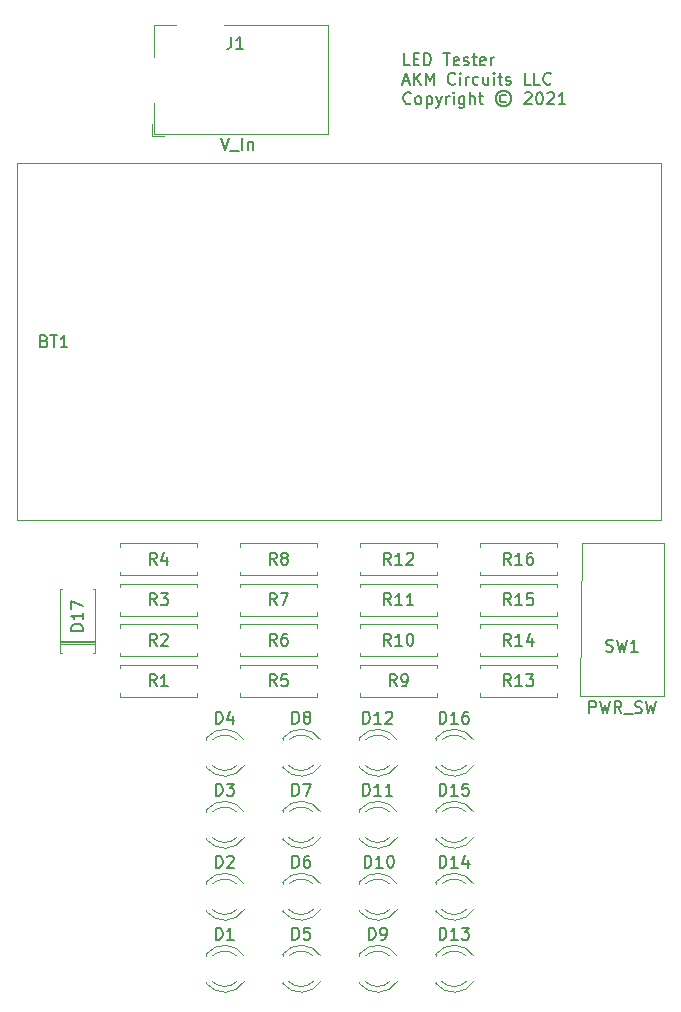
<source format=gbr>
%TF.GenerationSoftware,KiCad,Pcbnew,(5.1.9-0-10_14)*%
%TF.CreationDate,2021-08-10T16:32:06-04:00*%
%TF.ProjectId,led-tester,6c65642d-7465-4737-9465-722e6b696361,v1*%
%TF.SameCoordinates,Original*%
%TF.FileFunction,Legend,Top*%
%TF.FilePolarity,Positive*%
%FSLAX46Y46*%
G04 Gerber Fmt 4.6, Leading zero omitted, Abs format (unit mm)*
G04 Created by KiCad (PCBNEW (5.1.9-0-10_14)) date 2021-08-10 16:32:06*
%MOMM*%
%LPD*%
G01*
G04 APERTURE LIST*
%ADD10C,0.150000*%
%ADD11C,0.120000*%
G04 APERTURE END LIST*
D10*
X146226785Y-65858380D02*
X145750595Y-65858380D01*
X145750595Y-64858380D01*
X146560119Y-65334571D02*
X146893452Y-65334571D01*
X147036309Y-65858380D02*
X146560119Y-65858380D01*
X146560119Y-64858380D01*
X147036309Y-64858380D01*
X147464880Y-65858380D02*
X147464880Y-64858380D01*
X147702976Y-64858380D01*
X147845833Y-64906000D01*
X147941071Y-65001238D01*
X147988690Y-65096476D01*
X148036309Y-65286952D01*
X148036309Y-65429809D01*
X147988690Y-65620285D01*
X147941071Y-65715523D01*
X147845833Y-65810761D01*
X147702976Y-65858380D01*
X147464880Y-65858380D01*
X149083928Y-64858380D02*
X149655357Y-64858380D01*
X149369642Y-65858380D02*
X149369642Y-64858380D01*
X150369642Y-65810761D02*
X150274404Y-65858380D01*
X150083928Y-65858380D01*
X149988690Y-65810761D01*
X149941071Y-65715523D01*
X149941071Y-65334571D01*
X149988690Y-65239333D01*
X150083928Y-65191714D01*
X150274404Y-65191714D01*
X150369642Y-65239333D01*
X150417261Y-65334571D01*
X150417261Y-65429809D01*
X149941071Y-65525047D01*
X150798214Y-65810761D02*
X150893452Y-65858380D01*
X151083928Y-65858380D01*
X151179166Y-65810761D01*
X151226785Y-65715523D01*
X151226785Y-65667904D01*
X151179166Y-65572666D01*
X151083928Y-65525047D01*
X150941071Y-65525047D01*
X150845833Y-65477428D01*
X150798214Y-65382190D01*
X150798214Y-65334571D01*
X150845833Y-65239333D01*
X150941071Y-65191714D01*
X151083928Y-65191714D01*
X151179166Y-65239333D01*
X151512500Y-65191714D02*
X151893452Y-65191714D01*
X151655357Y-64858380D02*
X151655357Y-65715523D01*
X151702976Y-65810761D01*
X151798214Y-65858380D01*
X151893452Y-65858380D01*
X152607738Y-65810761D02*
X152512500Y-65858380D01*
X152322023Y-65858380D01*
X152226785Y-65810761D01*
X152179166Y-65715523D01*
X152179166Y-65334571D01*
X152226785Y-65239333D01*
X152322023Y-65191714D01*
X152512500Y-65191714D01*
X152607738Y-65239333D01*
X152655357Y-65334571D01*
X152655357Y-65429809D01*
X152179166Y-65525047D01*
X153083928Y-65858380D02*
X153083928Y-65191714D01*
X153083928Y-65382190D02*
X153131547Y-65286952D01*
X153179166Y-65239333D01*
X153274404Y-65191714D01*
X153369642Y-65191714D01*
X145702976Y-67222666D02*
X146179166Y-67222666D01*
X145607738Y-67508380D02*
X145941071Y-66508380D01*
X146274404Y-67508380D01*
X146607738Y-67508380D02*
X146607738Y-66508380D01*
X147179166Y-67508380D02*
X146750595Y-66936952D01*
X147179166Y-66508380D02*
X146607738Y-67079809D01*
X147607738Y-67508380D02*
X147607738Y-66508380D01*
X147941071Y-67222666D01*
X148274404Y-66508380D01*
X148274404Y-67508380D01*
X150083928Y-67413142D02*
X150036309Y-67460761D01*
X149893452Y-67508380D01*
X149798214Y-67508380D01*
X149655357Y-67460761D01*
X149560119Y-67365523D01*
X149512500Y-67270285D01*
X149464880Y-67079809D01*
X149464880Y-66936952D01*
X149512500Y-66746476D01*
X149560119Y-66651238D01*
X149655357Y-66556000D01*
X149798214Y-66508380D01*
X149893452Y-66508380D01*
X150036309Y-66556000D01*
X150083928Y-66603619D01*
X150512500Y-67508380D02*
X150512500Y-66841714D01*
X150512500Y-66508380D02*
X150464880Y-66556000D01*
X150512500Y-66603619D01*
X150560119Y-66556000D01*
X150512500Y-66508380D01*
X150512500Y-66603619D01*
X150988690Y-67508380D02*
X150988690Y-66841714D01*
X150988690Y-67032190D02*
X151036309Y-66936952D01*
X151083928Y-66889333D01*
X151179166Y-66841714D01*
X151274404Y-66841714D01*
X152036309Y-67460761D02*
X151941071Y-67508380D01*
X151750595Y-67508380D01*
X151655357Y-67460761D01*
X151607738Y-67413142D01*
X151560119Y-67317904D01*
X151560119Y-67032190D01*
X151607738Y-66936952D01*
X151655357Y-66889333D01*
X151750595Y-66841714D01*
X151941071Y-66841714D01*
X152036309Y-66889333D01*
X152893452Y-66841714D02*
X152893452Y-67508380D01*
X152464880Y-66841714D02*
X152464880Y-67365523D01*
X152512500Y-67460761D01*
X152607738Y-67508380D01*
X152750595Y-67508380D01*
X152845833Y-67460761D01*
X152893452Y-67413142D01*
X153369642Y-67508380D02*
X153369642Y-66841714D01*
X153369642Y-66508380D02*
X153322023Y-66556000D01*
X153369642Y-66603619D01*
X153417261Y-66556000D01*
X153369642Y-66508380D01*
X153369642Y-66603619D01*
X153702976Y-66841714D02*
X154083928Y-66841714D01*
X153845833Y-66508380D02*
X153845833Y-67365523D01*
X153893452Y-67460761D01*
X153988690Y-67508380D01*
X154083928Y-67508380D01*
X154369642Y-67460761D02*
X154464880Y-67508380D01*
X154655357Y-67508380D01*
X154750595Y-67460761D01*
X154798214Y-67365523D01*
X154798214Y-67317904D01*
X154750595Y-67222666D01*
X154655357Y-67175047D01*
X154512500Y-67175047D01*
X154417261Y-67127428D01*
X154369642Y-67032190D01*
X154369642Y-66984571D01*
X154417261Y-66889333D01*
X154512500Y-66841714D01*
X154655357Y-66841714D01*
X154750595Y-66889333D01*
X156464880Y-67508380D02*
X155988690Y-67508380D01*
X155988690Y-66508380D01*
X157274404Y-67508380D02*
X156798214Y-67508380D01*
X156798214Y-66508380D01*
X158179166Y-67413142D02*
X158131547Y-67460761D01*
X157988690Y-67508380D01*
X157893452Y-67508380D01*
X157750595Y-67460761D01*
X157655357Y-67365523D01*
X157607738Y-67270285D01*
X157560119Y-67079809D01*
X157560119Y-66936952D01*
X157607738Y-66746476D01*
X157655357Y-66651238D01*
X157750595Y-66556000D01*
X157893452Y-66508380D01*
X157988690Y-66508380D01*
X158131547Y-66556000D01*
X158179166Y-66603619D01*
X146322023Y-69063142D02*
X146274404Y-69110761D01*
X146131547Y-69158380D01*
X146036309Y-69158380D01*
X145893452Y-69110761D01*
X145798214Y-69015523D01*
X145750595Y-68920285D01*
X145702976Y-68729809D01*
X145702976Y-68586952D01*
X145750595Y-68396476D01*
X145798214Y-68301238D01*
X145893452Y-68206000D01*
X146036309Y-68158380D01*
X146131547Y-68158380D01*
X146274404Y-68206000D01*
X146322023Y-68253619D01*
X146893452Y-69158380D02*
X146798214Y-69110761D01*
X146750595Y-69063142D01*
X146702976Y-68967904D01*
X146702976Y-68682190D01*
X146750595Y-68586952D01*
X146798214Y-68539333D01*
X146893452Y-68491714D01*
X147036309Y-68491714D01*
X147131547Y-68539333D01*
X147179166Y-68586952D01*
X147226785Y-68682190D01*
X147226785Y-68967904D01*
X147179166Y-69063142D01*
X147131547Y-69110761D01*
X147036309Y-69158380D01*
X146893452Y-69158380D01*
X147655357Y-68491714D02*
X147655357Y-69491714D01*
X147655357Y-68539333D02*
X147750595Y-68491714D01*
X147941071Y-68491714D01*
X148036309Y-68539333D01*
X148083928Y-68586952D01*
X148131547Y-68682190D01*
X148131547Y-68967904D01*
X148083928Y-69063142D01*
X148036309Y-69110761D01*
X147941071Y-69158380D01*
X147750595Y-69158380D01*
X147655357Y-69110761D01*
X148464880Y-68491714D02*
X148702976Y-69158380D01*
X148941071Y-68491714D02*
X148702976Y-69158380D01*
X148607738Y-69396476D01*
X148560119Y-69444095D01*
X148464880Y-69491714D01*
X149322023Y-69158380D02*
X149322023Y-68491714D01*
X149322023Y-68682190D02*
X149369642Y-68586952D01*
X149417261Y-68539333D01*
X149512500Y-68491714D01*
X149607738Y-68491714D01*
X149941071Y-69158380D02*
X149941071Y-68491714D01*
X149941071Y-68158380D02*
X149893452Y-68206000D01*
X149941071Y-68253619D01*
X149988690Y-68206000D01*
X149941071Y-68158380D01*
X149941071Y-68253619D01*
X150845833Y-68491714D02*
X150845833Y-69301238D01*
X150798214Y-69396476D01*
X150750595Y-69444095D01*
X150655357Y-69491714D01*
X150512500Y-69491714D01*
X150417261Y-69444095D01*
X150845833Y-69110761D02*
X150750595Y-69158380D01*
X150560119Y-69158380D01*
X150464880Y-69110761D01*
X150417261Y-69063142D01*
X150369642Y-68967904D01*
X150369642Y-68682190D01*
X150417261Y-68586952D01*
X150464880Y-68539333D01*
X150560119Y-68491714D01*
X150750595Y-68491714D01*
X150845833Y-68539333D01*
X151322023Y-69158380D02*
X151322023Y-68158380D01*
X151750595Y-69158380D02*
X151750595Y-68634571D01*
X151702976Y-68539333D01*
X151607738Y-68491714D01*
X151464880Y-68491714D01*
X151369642Y-68539333D01*
X151322023Y-68586952D01*
X152083928Y-68491714D02*
X152464880Y-68491714D01*
X152226785Y-68158380D02*
X152226785Y-69015523D01*
X152274404Y-69110761D01*
X152369642Y-69158380D01*
X152464880Y-69158380D01*
X154369642Y-68396476D02*
X154274404Y-68348857D01*
X154083928Y-68348857D01*
X153988690Y-68396476D01*
X153893452Y-68491714D01*
X153845833Y-68586952D01*
X153845833Y-68777428D01*
X153893452Y-68872666D01*
X153988690Y-68967904D01*
X154083928Y-69015523D01*
X154274404Y-69015523D01*
X154369642Y-68967904D01*
X154179166Y-68015523D02*
X153941071Y-68063142D01*
X153702976Y-68206000D01*
X153560119Y-68444095D01*
X153512500Y-68682190D01*
X153560119Y-68920285D01*
X153702976Y-69158380D01*
X153941071Y-69301238D01*
X154179166Y-69348857D01*
X154417261Y-69301238D01*
X154655357Y-69158380D01*
X154798214Y-68920285D01*
X154845833Y-68682190D01*
X154798214Y-68444095D01*
X154655357Y-68206000D01*
X154417261Y-68063142D01*
X154179166Y-68015523D01*
X155988690Y-68253619D02*
X156036309Y-68206000D01*
X156131547Y-68158380D01*
X156369642Y-68158380D01*
X156464880Y-68206000D01*
X156512500Y-68253619D01*
X156560119Y-68348857D01*
X156560119Y-68444095D01*
X156512500Y-68586952D01*
X155941071Y-69158380D01*
X156560119Y-69158380D01*
X157179166Y-68158380D02*
X157274404Y-68158380D01*
X157369642Y-68206000D01*
X157417261Y-68253619D01*
X157464880Y-68348857D01*
X157512500Y-68539333D01*
X157512500Y-68777428D01*
X157464880Y-68967904D01*
X157417261Y-69063142D01*
X157369642Y-69110761D01*
X157274404Y-69158380D01*
X157179166Y-69158380D01*
X157083928Y-69110761D01*
X157036309Y-69063142D01*
X156988690Y-68967904D01*
X156941071Y-68777428D01*
X156941071Y-68539333D01*
X156988690Y-68348857D01*
X157036309Y-68253619D01*
X157083928Y-68206000D01*
X157179166Y-68158380D01*
X157893452Y-68253619D02*
X157941071Y-68206000D01*
X158036309Y-68158380D01*
X158274404Y-68158380D01*
X158369642Y-68206000D01*
X158417261Y-68253619D01*
X158464880Y-68348857D01*
X158464880Y-68444095D01*
X158417261Y-68586952D01*
X157845833Y-69158380D01*
X158464880Y-69158380D01*
X159417261Y-69158380D02*
X158845833Y-69158380D01*
X159131547Y-69158380D02*
X159131547Y-68158380D01*
X159036309Y-68301238D01*
X158941071Y-68396476D01*
X158845833Y-68444095D01*
D11*
%TO.C,BT1*%
X167478000Y-104381000D02*
X112978000Y-104381000D01*
X112978000Y-104381000D02*
X112978000Y-74181000D01*
X112978000Y-74181000D02*
X167478000Y-74181000D01*
X167478000Y-74181000D02*
X167478000Y-104381000D01*
%TO.C,R7*%
X131858000Y-110085000D02*
X131858000Y-109755000D01*
X131858000Y-109755000D02*
X138398000Y-109755000D01*
X138398000Y-109755000D02*
X138398000Y-110085000D01*
X131858000Y-112165000D02*
X131858000Y-112495000D01*
X131858000Y-112495000D02*
X138398000Y-112495000D01*
X138398000Y-112495000D02*
X138398000Y-112165000D01*
%TO.C,D1*%
X128996000Y-141131000D02*
X128996000Y-141287000D01*
X128996000Y-143447000D02*
X128996000Y-143603000D01*
X132228335Y-141288392D02*
G75*
G03*
X128996000Y-141131484I-1672335J-1078608D01*
G01*
X132228335Y-143445608D02*
G75*
G02*
X128996000Y-143602516I-1672335J1078608D01*
G01*
X131597130Y-141287163D02*
G75*
G03*
X129515039Y-141287000I-1041130J-1079837D01*
G01*
X131597130Y-143446837D02*
G75*
G02*
X129515039Y-143447000I-1041130J1079837D01*
G01*
%TO.C,D2*%
X128996000Y-135035000D02*
X128996000Y-135191000D01*
X128996000Y-137351000D02*
X128996000Y-137507000D01*
X132228335Y-135192392D02*
G75*
G03*
X128996000Y-135035484I-1672335J-1078608D01*
G01*
X132228335Y-137349608D02*
G75*
G02*
X128996000Y-137506516I-1672335J1078608D01*
G01*
X131597130Y-135191163D02*
G75*
G03*
X129515039Y-135191000I-1041130J-1079837D01*
G01*
X131597130Y-137350837D02*
G75*
G02*
X129515039Y-137351000I-1041130J1079837D01*
G01*
%TO.C,D3*%
X128996000Y-131255000D02*
X128996000Y-131411000D01*
X128996000Y-128939000D02*
X128996000Y-129095000D01*
X131597130Y-131254837D02*
G75*
G02*
X129515039Y-131255000I-1041130J1079837D01*
G01*
X131597130Y-129095163D02*
G75*
G03*
X129515039Y-129095000I-1041130J-1079837D01*
G01*
X132228335Y-131253608D02*
G75*
G02*
X128996000Y-131410516I-1672335J1078608D01*
G01*
X132228335Y-129096392D02*
G75*
G03*
X128996000Y-128939484I-1672335J-1078608D01*
G01*
%TO.C,D4*%
X128996000Y-122843000D02*
X128996000Y-122999000D01*
X128996000Y-125159000D02*
X128996000Y-125315000D01*
X132228335Y-123000392D02*
G75*
G03*
X128996000Y-122843484I-1672335J-1078608D01*
G01*
X132228335Y-125157608D02*
G75*
G02*
X128996000Y-125314516I-1672335J1078608D01*
G01*
X131597130Y-122999163D02*
G75*
G03*
X129515039Y-122999000I-1041130J-1079837D01*
G01*
X131597130Y-125158837D02*
G75*
G02*
X129515039Y-125159000I-1041130J1079837D01*
G01*
%TO.C,D5*%
X135473000Y-141131000D02*
X135473000Y-141287000D01*
X135473000Y-143447000D02*
X135473000Y-143603000D01*
X138705335Y-141288392D02*
G75*
G03*
X135473000Y-141131484I-1672335J-1078608D01*
G01*
X138705335Y-143445608D02*
G75*
G02*
X135473000Y-143602516I-1672335J1078608D01*
G01*
X138074130Y-141287163D02*
G75*
G03*
X135992039Y-141287000I-1041130J-1079837D01*
G01*
X138074130Y-143446837D02*
G75*
G02*
X135992039Y-143447000I-1041130J1079837D01*
G01*
%TO.C,D6*%
X135473000Y-135035000D02*
X135473000Y-135191000D01*
X135473000Y-137351000D02*
X135473000Y-137507000D01*
X138705335Y-135192392D02*
G75*
G03*
X135473000Y-135035484I-1672335J-1078608D01*
G01*
X138705335Y-137349608D02*
G75*
G02*
X135473000Y-137506516I-1672335J1078608D01*
G01*
X138074130Y-135191163D02*
G75*
G03*
X135992039Y-135191000I-1041130J-1079837D01*
G01*
X138074130Y-137350837D02*
G75*
G02*
X135992039Y-137351000I-1041130J1079837D01*
G01*
%TO.C,D7*%
X135473000Y-131255000D02*
X135473000Y-131411000D01*
X135473000Y-128939000D02*
X135473000Y-129095000D01*
X138074130Y-131254837D02*
G75*
G02*
X135992039Y-131255000I-1041130J1079837D01*
G01*
X138074130Y-129095163D02*
G75*
G03*
X135992039Y-129095000I-1041130J-1079837D01*
G01*
X138705335Y-131253608D02*
G75*
G02*
X135473000Y-131410516I-1672335J1078608D01*
G01*
X138705335Y-129096392D02*
G75*
G03*
X135473000Y-128939484I-1672335J-1078608D01*
G01*
%TO.C,D8*%
X135473000Y-122843000D02*
X135473000Y-122999000D01*
X135473000Y-125159000D02*
X135473000Y-125315000D01*
X138705335Y-123000392D02*
G75*
G03*
X135473000Y-122843484I-1672335J-1078608D01*
G01*
X138705335Y-125157608D02*
G75*
G02*
X135473000Y-125314516I-1672335J1078608D01*
G01*
X138074130Y-122999163D02*
G75*
G03*
X135992039Y-122999000I-1041130J-1079837D01*
G01*
X138074130Y-125158837D02*
G75*
G02*
X135992039Y-125159000I-1041130J1079837D01*
G01*
%TO.C,D9*%
X141950000Y-143447000D02*
X141950000Y-143603000D01*
X141950000Y-141131000D02*
X141950000Y-141287000D01*
X144551130Y-143446837D02*
G75*
G02*
X142469039Y-143447000I-1041130J1079837D01*
G01*
X144551130Y-141287163D02*
G75*
G03*
X142469039Y-141287000I-1041130J-1079837D01*
G01*
X145182335Y-143445608D02*
G75*
G02*
X141950000Y-143602516I-1672335J1078608D01*
G01*
X145182335Y-141288392D02*
G75*
G03*
X141950000Y-141131484I-1672335J-1078608D01*
G01*
%TO.C,D10*%
X141950000Y-137351000D02*
X141950000Y-137507000D01*
X141950000Y-135035000D02*
X141950000Y-135191000D01*
X144551130Y-137350837D02*
G75*
G02*
X142469039Y-137351000I-1041130J1079837D01*
G01*
X144551130Y-135191163D02*
G75*
G03*
X142469039Y-135191000I-1041130J-1079837D01*
G01*
X145182335Y-137349608D02*
G75*
G02*
X141950000Y-137506516I-1672335J1078608D01*
G01*
X145182335Y-135192392D02*
G75*
G03*
X141950000Y-135035484I-1672335J-1078608D01*
G01*
%TO.C,D11*%
X141950000Y-131255000D02*
X141950000Y-131411000D01*
X141950000Y-128939000D02*
X141950000Y-129095000D01*
X144551130Y-131254837D02*
G75*
G02*
X142469039Y-131255000I-1041130J1079837D01*
G01*
X144551130Y-129095163D02*
G75*
G03*
X142469039Y-129095000I-1041130J-1079837D01*
G01*
X145182335Y-131253608D02*
G75*
G02*
X141950000Y-131410516I-1672335J1078608D01*
G01*
X145182335Y-129096392D02*
G75*
G03*
X141950000Y-128939484I-1672335J-1078608D01*
G01*
%TO.C,D12*%
X141950000Y-125159000D02*
X141950000Y-125315000D01*
X141950000Y-122843000D02*
X141950000Y-122999000D01*
X144551130Y-125158837D02*
G75*
G02*
X142469039Y-125159000I-1041130J1079837D01*
G01*
X144551130Y-122999163D02*
G75*
G03*
X142469039Y-122999000I-1041130J-1079837D01*
G01*
X145182335Y-125157608D02*
G75*
G02*
X141950000Y-125314516I-1672335J1078608D01*
G01*
X145182335Y-123000392D02*
G75*
G03*
X141950000Y-122843484I-1672335J-1078608D01*
G01*
%TO.C,D13*%
X148427000Y-141131000D02*
X148427000Y-141287000D01*
X148427000Y-143447000D02*
X148427000Y-143603000D01*
X151659335Y-141288392D02*
G75*
G03*
X148427000Y-141131484I-1672335J-1078608D01*
G01*
X151659335Y-143445608D02*
G75*
G02*
X148427000Y-143602516I-1672335J1078608D01*
G01*
X151028130Y-141287163D02*
G75*
G03*
X148946039Y-141287000I-1041130J-1079837D01*
G01*
X151028130Y-143446837D02*
G75*
G02*
X148946039Y-143447000I-1041130J1079837D01*
G01*
%TO.C,D14*%
X148427000Y-135035000D02*
X148427000Y-135191000D01*
X148427000Y-137351000D02*
X148427000Y-137507000D01*
X151659335Y-135192392D02*
G75*
G03*
X148427000Y-135035484I-1672335J-1078608D01*
G01*
X151659335Y-137349608D02*
G75*
G02*
X148427000Y-137506516I-1672335J1078608D01*
G01*
X151028130Y-135191163D02*
G75*
G03*
X148946039Y-135191000I-1041130J-1079837D01*
G01*
X151028130Y-137350837D02*
G75*
G02*
X148946039Y-137351000I-1041130J1079837D01*
G01*
%TO.C,D15*%
X148427000Y-131255000D02*
X148427000Y-131411000D01*
X148427000Y-128939000D02*
X148427000Y-129095000D01*
X151028130Y-131254837D02*
G75*
G02*
X148946039Y-131255000I-1041130J1079837D01*
G01*
X151028130Y-129095163D02*
G75*
G03*
X148946039Y-129095000I-1041130J-1079837D01*
G01*
X151659335Y-131253608D02*
G75*
G02*
X148427000Y-131410516I-1672335J1078608D01*
G01*
X151659335Y-129096392D02*
G75*
G03*
X148427000Y-128939484I-1672335J-1078608D01*
G01*
%TO.C,D16*%
X148427000Y-122843000D02*
X148427000Y-122999000D01*
X148427000Y-125159000D02*
X148427000Y-125315000D01*
X151659335Y-123000392D02*
G75*
G03*
X148427000Y-122843484I-1672335J-1078608D01*
G01*
X151659335Y-125157608D02*
G75*
G02*
X148427000Y-125314516I-1672335J1078608D01*
G01*
X151028130Y-122999163D02*
G75*
G03*
X148946039Y-122999000I-1041130J-1079837D01*
G01*
X151028130Y-125158837D02*
G75*
G02*
X148946039Y-125159000I-1041130J1079837D01*
G01*
%TO.C,D17*%
X116770000Y-115623000D02*
X116640000Y-115623000D01*
X116640000Y-115623000D02*
X116640000Y-110183000D01*
X116640000Y-110183000D02*
X116770000Y-110183000D01*
X119450000Y-115623000D02*
X119580000Y-115623000D01*
X119580000Y-115623000D02*
X119580000Y-110183000D01*
X119580000Y-110183000D02*
X119450000Y-110183000D01*
X116640000Y-114723000D02*
X119580000Y-114723000D01*
X116640000Y-114603000D02*
X119580000Y-114603000D01*
X116640000Y-114843000D02*
X119580000Y-114843000D01*
%TO.C,J1*%
X124576000Y-71656000D02*
X124576000Y-69056000D01*
X139276000Y-71656000D02*
X124576000Y-71656000D01*
X124576000Y-62456000D02*
X126476000Y-62456000D01*
X124576000Y-65156000D02*
X124576000Y-62456000D01*
X139276000Y-62456000D02*
X139276000Y-71656000D01*
X130476000Y-62456000D02*
X139276000Y-62456000D01*
X125426000Y-71856000D02*
X124376000Y-71856000D01*
X124376000Y-70806000D02*
X124376000Y-71856000D01*
%TO.C,R1*%
X121698000Y-116943000D02*
X121698000Y-116613000D01*
X121698000Y-116613000D02*
X128238000Y-116613000D01*
X128238000Y-116613000D02*
X128238000Y-116943000D01*
X121698000Y-119023000D02*
X121698000Y-119353000D01*
X121698000Y-119353000D02*
X128238000Y-119353000D01*
X128238000Y-119353000D02*
X128238000Y-119023000D01*
%TO.C,R2*%
X121698000Y-113514000D02*
X121698000Y-113184000D01*
X121698000Y-113184000D02*
X128238000Y-113184000D01*
X128238000Y-113184000D02*
X128238000Y-113514000D01*
X121698000Y-115594000D02*
X121698000Y-115924000D01*
X121698000Y-115924000D02*
X128238000Y-115924000D01*
X128238000Y-115924000D02*
X128238000Y-115594000D01*
%TO.C,R3*%
X128238000Y-112495000D02*
X128238000Y-112165000D01*
X121698000Y-112495000D02*
X128238000Y-112495000D01*
X121698000Y-112165000D02*
X121698000Y-112495000D01*
X128238000Y-109755000D02*
X128238000Y-110085000D01*
X121698000Y-109755000D02*
X128238000Y-109755000D01*
X121698000Y-110085000D02*
X121698000Y-109755000D01*
%TO.C,R4*%
X121698000Y-106656000D02*
X121698000Y-106326000D01*
X121698000Y-106326000D02*
X128238000Y-106326000D01*
X128238000Y-106326000D02*
X128238000Y-106656000D01*
X121698000Y-108736000D02*
X121698000Y-109066000D01*
X121698000Y-109066000D02*
X128238000Y-109066000D01*
X128238000Y-109066000D02*
X128238000Y-108736000D01*
%TO.C,R5*%
X131858000Y-116943000D02*
X131858000Y-116613000D01*
X131858000Y-116613000D02*
X138398000Y-116613000D01*
X138398000Y-116613000D02*
X138398000Y-116943000D01*
X131858000Y-119023000D02*
X131858000Y-119353000D01*
X131858000Y-119353000D02*
X138398000Y-119353000D01*
X138398000Y-119353000D02*
X138398000Y-119023000D01*
%TO.C,R6*%
X138398000Y-115924000D02*
X138398000Y-115594000D01*
X131858000Y-115924000D02*
X138398000Y-115924000D01*
X131858000Y-115594000D02*
X131858000Y-115924000D01*
X138398000Y-113184000D02*
X138398000Y-113514000D01*
X131858000Y-113184000D02*
X138398000Y-113184000D01*
X131858000Y-113514000D02*
X131858000Y-113184000D01*
%TO.C,R8*%
X138398000Y-109066000D02*
X138398000Y-108736000D01*
X131858000Y-109066000D02*
X138398000Y-109066000D01*
X131858000Y-108736000D02*
X131858000Y-109066000D01*
X138398000Y-106326000D02*
X138398000Y-106656000D01*
X131858000Y-106326000D02*
X138398000Y-106326000D01*
X131858000Y-106656000D02*
X131858000Y-106326000D01*
%TO.C,R9*%
X148558000Y-119353000D02*
X148558000Y-119023000D01*
X142018000Y-119353000D02*
X148558000Y-119353000D01*
X142018000Y-119023000D02*
X142018000Y-119353000D01*
X148558000Y-116613000D02*
X148558000Y-116943000D01*
X142018000Y-116613000D02*
X148558000Y-116613000D01*
X142018000Y-116943000D02*
X142018000Y-116613000D01*
%TO.C,R10*%
X148558000Y-115924000D02*
X148558000Y-115594000D01*
X142018000Y-115924000D02*
X148558000Y-115924000D01*
X142018000Y-115594000D02*
X142018000Y-115924000D01*
X148558000Y-113184000D02*
X148558000Y-113514000D01*
X142018000Y-113184000D02*
X148558000Y-113184000D01*
X142018000Y-113514000D02*
X142018000Y-113184000D01*
%TO.C,R11*%
X148558000Y-112495000D02*
X148558000Y-112165000D01*
X142018000Y-112495000D02*
X148558000Y-112495000D01*
X142018000Y-112165000D02*
X142018000Y-112495000D01*
X148558000Y-109755000D02*
X148558000Y-110085000D01*
X142018000Y-109755000D02*
X148558000Y-109755000D01*
X142018000Y-110085000D02*
X142018000Y-109755000D01*
%TO.C,R12*%
X148558000Y-109066000D02*
X148558000Y-108736000D01*
X142018000Y-109066000D02*
X148558000Y-109066000D01*
X142018000Y-108736000D02*
X142018000Y-109066000D01*
X148558000Y-106326000D02*
X148558000Y-106656000D01*
X142018000Y-106326000D02*
X148558000Y-106326000D01*
X142018000Y-106656000D02*
X142018000Y-106326000D01*
%TO.C,R13*%
X152178000Y-116943000D02*
X152178000Y-116613000D01*
X152178000Y-116613000D02*
X158718000Y-116613000D01*
X158718000Y-116613000D02*
X158718000Y-116943000D01*
X152178000Y-119023000D02*
X152178000Y-119353000D01*
X152178000Y-119353000D02*
X158718000Y-119353000D01*
X158718000Y-119353000D02*
X158718000Y-119023000D01*
%TO.C,R14*%
X158718000Y-115924000D02*
X158718000Y-115594000D01*
X152178000Y-115924000D02*
X158718000Y-115924000D01*
X152178000Y-115594000D02*
X152178000Y-115924000D01*
X158718000Y-113184000D02*
X158718000Y-113514000D01*
X152178000Y-113184000D02*
X158718000Y-113184000D01*
X152178000Y-113514000D02*
X152178000Y-113184000D01*
%TO.C,R15*%
X152178000Y-110085000D02*
X152178000Y-109755000D01*
X152178000Y-109755000D02*
X158718000Y-109755000D01*
X158718000Y-109755000D02*
X158718000Y-110085000D01*
X152178000Y-112165000D02*
X152178000Y-112495000D01*
X152178000Y-112495000D02*
X158718000Y-112495000D01*
X158718000Y-112495000D02*
X158718000Y-112165000D01*
%TO.C,R16*%
X152178000Y-106656000D02*
X152178000Y-106326000D01*
X152178000Y-106326000D02*
X158718000Y-106326000D01*
X158718000Y-106326000D02*
X158718000Y-106656000D01*
X152178000Y-108736000D02*
X152178000Y-109066000D01*
X152178000Y-109066000D02*
X158718000Y-109066000D01*
X158718000Y-109066000D02*
X158718000Y-108736000D01*
%TO.C,SW1*%
X167767000Y-119253000D02*
X160655000Y-119253000D01*
X160655000Y-119253000D02*
X160782000Y-106299000D01*
X160782000Y-106299000D02*
X167767000Y-106299000D01*
X167767000Y-106299000D02*
X167767000Y-119253000D01*
%TO.C,BT1*%
D10*
X115292285Y-89209571D02*
X115435142Y-89257190D01*
X115482761Y-89304809D01*
X115530380Y-89400047D01*
X115530380Y-89542904D01*
X115482761Y-89638142D01*
X115435142Y-89685761D01*
X115339904Y-89733380D01*
X114958952Y-89733380D01*
X114958952Y-88733380D01*
X115292285Y-88733380D01*
X115387523Y-88781000D01*
X115435142Y-88828619D01*
X115482761Y-88923857D01*
X115482761Y-89019095D01*
X115435142Y-89114333D01*
X115387523Y-89161952D01*
X115292285Y-89209571D01*
X114958952Y-89209571D01*
X115816095Y-88733380D02*
X116387523Y-88733380D01*
X116101809Y-89733380D02*
X116101809Y-88733380D01*
X117244666Y-89733380D02*
X116673238Y-89733380D01*
X116958952Y-89733380D02*
X116958952Y-88733380D01*
X116863714Y-88876238D01*
X116768476Y-88971476D01*
X116673238Y-89019095D01*
%TO.C,R7*%
X134961333Y-111577380D02*
X134628000Y-111101190D01*
X134389904Y-111577380D02*
X134389904Y-110577380D01*
X134770857Y-110577380D01*
X134866095Y-110625000D01*
X134913714Y-110672619D01*
X134961333Y-110767857D01*
X134961333Y-110910714D01*
X134913714Y-111005952D01*
X134866095Y-111053571D01*
X134770857Y-111101190D01*
X134389904Y-111101190D01*
X135294666Y-110577380D02*
X135961333Y-110577380D01*
X135532761Y-111577380D01*
%TO.C,D1*%
X129817904Y-139898380D02*
X129817904Y-138898380D01*
X130056000Y-138898380D01*
X130198857Y-138946000D01*
X130294095Y-139041238D01*
X130341714Y-139136476D01*
X130389333Y-139326952D01*
X130389333Y-139469809D01*
X130341714Y-139660285D01*
X130294095Y-139755523D01*
X130198857Y-139850761D01*
X130056000Y-139898380D01*
X129817904Y-139898380D01*
X131341714Y-139898380D02*
X130770285Y-139898380D01*
X131056000Y-139898380D02*
X131056000Y-138898380D01*
X130960761Y-139041238D01*
X130865523Y-139136476D01*
X130770285Y-139184095D01*
%TO.C,D2*%
X129817904Y-133802380D02*
X129817904Y-132802380D01*
X130056000Y-132802380D01*
X130198857Y-132850000D01*
X130294095Y-132945238D01*
X130341714Y-133040476D01*
X130389333Y-133230952D01*
X130389333Y-133373809D01*
X130341714Y-133564285D01*
X130294095Y-133659523D01*
X130198857Y-133754761D01*
X130056000Y-133802380D01*
X129817904Y-133802380D01*
X130770285Y-132897619D02*
X130817904Y-132850000D01*
X130913142Y-132802380D01*
X131151238Y-132802380D01*
X131246476Y-132850000D01*
X131294095Y-132897619D01*
X131341714Y-132992857D01*
X131341714Y-133088095D01*
X131294095Y-133230952D01*
X130722666Y-133802380D01*
X131341714Y-133802380D01*
%TO.C,D3*%
X129817904Y-127706380D02*
X129817904Y-126706380D01*
X130056000Y-126706380D01*
X130198857Y-126754000D01*
X130294095Y-126849238D01*
X130341714Y-126944476D01*
X130389333Y-127134952D01*
X130389333Y-127277809D01*
X130341714Y-127468285D01*
X130294095Y-127563523D01*
X130198857Y-127658761D01*
X130056000Y-127706380D01*
X129817904Y-127706380D01*
X130722666Y-126706380D02*
X131341714Y-126706380D01*
X131008380Y-127087333D01*
X131151238Y-127087333D01*
X131246476Y-127134952D01*
X131294095Y-127182571D01*
X131341714Y-127277809D01*
X131341714Y-127515904D01*
X131294095Y-127611142D01*
X131246476Y-127658761D01*
X131151238Y-127706380D01*
X130865523Y-127706380D01*
X130770285Y-127658761D01*
X130722666Y-127611142D01*
%TO.C,D4*%
X129817904Y-121610380D02*
X129817904Y-120610380D01*
X130056000Y-120610380D01*
X130198857Y-120658000D01*
X130294095Y-120753238D01*
X130341714Y-120848476D01*
X130389333Y-121038952D01*
X130389333Y-121181809D01*
X130341714Y-121372285D01*
X130294095Y-121467523D01*
X130198857Y-121562761D01*
X130056000Y-121610380D01*
X129817904Y-121610380D01*
X131246476Y-120943714D02*
X131246476Y-121610380D01*
X131008380Y-120562761D02*
X130770285Y-121277047D01*
X131389333Y-121277047D01*
%TO.C,D5*%
X136294904Y-139898380D02*
X136294904Y-138898380D01*
X136533000Y-138898380D01*
X136675857Y-138946000D01*
X136771095Y-139041238D01*
X136818714Y-139136476D01*
X136866333Y-139326952D01*
X136866333Y-139469809D01*
X136818714Y-139660285D01*
X136771095Y-139755523D01*
X136675857Y-139850761D01*
X136533000Y-139898380D01*
X136294904Y-139898380D01*
X137771095Y-138898380D02*
X137294904Y-138898380D01*
X137247285Y-139374571D01*
X137294904Y-139326952D01*
X137390142Y-139279333D01*
X137628238Y-139279333D01*
X137723476Y-139326952D01*
X137771095Y-139374571D01*
X137818714Y-139469809D01*
X137818714Y-139707904D01*
X137771095Y-139803142D01*
X137723476Y-139850761D01*
X137628238Y-139898380D01*
X137390142Y-139898380D01*
X137294904Y-139850761D01*
X137247285Y-139803142D01*
%TO.C,D6*%
X136294904Y-133802380D02*
X136294904Y-132802380D01*
X136533000Y-132802380D01*
X136675857Y-132850000D01*
X136771095Y-132945238D01*
X136818714Y-133040476D01*
X136866333Y-133230952D01*
X136866333Y-133373809D01*
X136818714Y-133564285D01*
X136771095Y-133659523D01*
X136675857Y-133754761D01*
X136533000Y-133802380D01*
X136294904Y-133802380D01*
X137723476Y-132802380D02*
X137533000Y-132802380D01*
X137437761Y-132850000D01*
X137390142Y-132897619D01*
X137294904Y-133040476D01*
X137247285Y-133230952D01*
X137247285Y-133611904D01*
X137294904Y-133707142D01*
X137342523Y-133754761D01*
X137437761Y-133802380D01*
X137628238Y-133802380D01*
X137723476Y-133754761D01*
X137771095Y-133707142D01*
X137818714Y-133611904D01*
X137818714Y-133373809D01*
X137771095Y-133278571D01*
X137723476Y-133230952D01*
X137628238Y-133183333D01*
X137437761Y-133183333D01*
X137342523Y-133230952D01*
X137294904Y-133278571D01*
X137247285Y-133373809D01*
%TO.C,D7*%
X136294904Y-127706380D02*
X136294904Y-126706380D01*
X136533000Y-126706380D01*
X136675857Y-126754000D01*
X136771095Y-126849238D01*
X136818714Y-126944476D01*
X136866333Y-127134952D01*
X136866333Y-127277809D01*
X136818714Y-127468285D01*
X136771095Y-127563523D01*
X136675857Y-127658761D01*
X136533000Y-127706380D01*
X136294904Y-127706380D01*
X137199666Y-126706380D02*
X137866333Y-126706380D01*
X137437761Y-127706380D01*
%TO.C,D8*%
X136294904Y-121610380D02*
X136294904Y-120610380D01*
X136533000Y-120610380D01*
X136675857Y-120658000D01*
X136771095Y-120753238D01*
X136818714Y-120848476D01*
X136866333Y-121038952D01*
X136866333Y-121181809D01*
X136818714Y-121372285D01*
X136771095Y-121467523D01*
X136675857Y-121562761D01*
X136533000Y-121610380D01*
X136294904Y-121610380D01*
X137437761Y-121038952D02*
X137342523Y-120991333D01*
X137294904Y-120943714D01*
X137247285Y-120848476D01*
X137247285Y-120800857D01*
X137294904Y-120705619D01*
X137342523Y-120658000D01*
X137437761Y-120610380D01*
X137628238Y-120610380D01*
X137723476Y-120658000D01*
X137771095Y-120705619D01*
X137818714Y-120800857D01*
X137818714Y-120848476D01*
X137771095Y-120943714D01*
X137723476Y-120991333D01*
X137628238Y-121038952D01*
X137437761Y-121038952D01*
X137342523Y-121086571D01*
X137294904Y-121134190D01*
X137247285Y-121229428D01*
X137247285Y-121419904D01*
X137294904Y-121515142D01*
X137342523Y-121562761D01*
X137437761Y-121610380D01*
X137628238Y-121610380D01*
X137723476Y-121562761D01*
X137771095Y-121515142D01*
X137818714Y-121419904D01*
X137818714Y-121229428D01*
X137771095Y-121134190D01*
X137723476Y-121086571D01*
X137628238Y-121038952D01*
%TO.C,D9*%
X142771904Y-139898380D02*
X142771904Y-138898380D01*
X143010000Y-138898380D01*
X143152857Y-138946000D01*
X143248095Y-139041238D01*
X143295714Y-139136476D01*
X143343333Y-139326952D01*
X143343333Y-139469809D01*
X143295714Y-139660285D01*
X143248095Y-139755523D01*
X143152857Y-139850761D01*
X143010000Y-139898380D01*
X142771904Y-139898380D01*
X143819523Y-139898380D02*
X144010000Y-139898380D01*
X144105238Y-139850761D01*
X144152857Y-139803142D01*
X144248095Y-139660285D01*
X144295714Y-139469809D01*
X144295714Y-139088857D01*
X144248095Y-138993619D01*
X144200476Y-138946000D01*
X144105238Y-138898380D01*
X143914761Y-138898380D01*
X143819523Y-138946000D01*
X143771904Y-138993619D01*
X143724285Y-139088857D01*
X143724285Y-139326952D01*
X143771904Y-139422190D01*
X143819523Y-139469809D01*
X143914761Y-139517428D01*
X144105238Y-139517428D01*
X144200476Y-139469809D01*
X144248095Y-139422190D01*
X144295714Y-139326952D01*
%TO.C,D10*%
X142422714Y-133802380D02*
X142422714Y-132802380D01*
X142660809Y-132802380D01*
X142803666Y-132850000D01*
X142898904Y-132945238D01*
X142946523Y-133040476D01*
X142994142Y-133230952D01*
X142994142Y-133373809D01*
X142946523Y-133564285D01*
X142898904Y-133659523D01*
X142803666Y-133754761D01*
X142660809Y-133802380D01*
X142422714Y-133802380D01*
X143946523Y-133802380D02*
X143375095Y-133802380D01*
X143660809Y-133802380D02*
X143660809Y-132802380D01*
X143565571Y-132945238D01*
X143470333Y-133040476D01*
X143375095Y-133088095D01*
X144565571Y-132802380D02*
X144660809Y-132802380D01*
X144756047Y-132850000D01*
X144803666Y-132897619D01*
X144851285Y-132992857D01*
X144898904Y-133183333D01*
X144898904Y-133421428D01*
X144851285Y-133611904D01*
X144803666Y-133707142D01*
X144756047Y-133754761D01*
X144660809Y-133802380D01*
X144565571Y-133802380D01*
X144470333Y-133754761D01*
X144422714Y-133707142D01*
X144375095Y-133611904D01*
X144327476Y-133421428D01*
X144327476Y-133183333D01*
X144375095Y-132992857D01*
X144422714Y-132897619D01*
X144470333Y-132850000D01*
X144565571Y-132802380D01*
%TO.C,D11*%
X142295714Y-127706380D02*
X142295714Y-126706380D01*
X142533809Y-126706380D01*
X142676666Y-126754000D01*
X142771904Y-126849238D01*
X142819523Y-126944476D01*
X142867142Y-127134952D01*
X142867142Y-127277809D01*
X142819523Y-127468285D01*
X142771904Y-127563523D01*
X142676666Y-127658761D01*
X142533809Y-127706380D01*
X142295714Y-127706380D01*
X143819523Y-127706380D02*
X143248095Y-127706380D01*
X143533809Y-127706380D02*
X143533809Y-126706380D01*
X143438571Y-126849238D01*
X143343333Y-126944476D01*
X143248095Y-126992095D01*
X144771904Y-127706380D02*
X144200476Y-127706380D01*
X144486190Y-127706380D02*
X144486190Y-126706380D01*
X144390952Y-126849238D01*
X144295714Y-126944476D01*
X144200476Y-126992095D01*
%TO.C,D12*%
X142295714Y-121610380D02*
X142295714Y-120610380D01*
X142533809Y-120610380D01*
X142676666Y-120658000D01*
X142771904Y-120753238D01*
X142819523Y-120848476D01*
X142867142Y-121038952D01*
X142867142Y-121181809D01*
X142819523Y-121372285D01*
X142771904Y-121467523D01*
X142676666Y-121562761D01*
X142533809Y-121610380D01*
X142295714Y-121610380D01*
X143819523Y-121610380D02*
X143248095Y-121610380D01*
X143533809Y-121610380D02*
X143533809Y-120610380D01*
X143438571Y-120753238D01*
X143343333Y-120848476D01*
X143248095Y-120896095D01*
X144200476Y-120705619D02*
X144248095Y-120658000D01*
X144343333Y-120610380D01*
X144581428Y-120610380D01*
X144676666Y-120658000D01*
X144724285Y-120705619D01*
X144771904Y-120800857D01*
X144771904Y-120896095D01*
X144724285Y-121038952D01*
X144152857Y-121610380D01*
X144771904Y-121610380D01*
%TO.C,D13*%
X148772714Y-139898380D02*
X148772714Y-138898380D01*
X149010809Y-138898380D01*
X149153666Y-138946000D01*
X149248904Y-139041238D01*
X149296523Y-139136476D01*
X149344142Y-139326952D01*
X149344142Y-139469809D01*
X149296523Y-139660285D01*
X149248904Y-139755523D01*
X149153666Y-139850761D01*
X149010809Y-139898380D01*
X148772714Y-139898380D01*
X150296523Y-139898380D02*
X149725095Y-139898380D01*
X150010809Y-139898380D02*
X150010809Y-138898380D01*
X149915571Y-139041238D01*
X149820333Y-139136476D01*
X149725095Y-139184095D01*
X150629857Y-138898380D02*
X151248904Y-138898380D01*
X150915571Y-139279333D01*
X151058428Y-139279333D01*
X151153666Y-139326952D01*
X151201285Y-139374571D01*
X151248904Y-139469809D01*
X151248904Y-139707904D01*
X151201285Y-139803142D01*
X151153666Y-139850761D01*
X151058428Y-139898380D01*
X150772714Y-139898380D01*
X150677476Y-139850761D01*
X150629857Y-139803142D01*
%TO.C,D14*%
X148772714Y-133802380D02*
X148772714Y-132802380D01*
X149010809Y-132802380D01*
X149153666Y-132850000D01*
X149248904Y-132945238D01*
X149296523Y-133040476D01*
X149344142Y-133230952D01*
X149344142Y-133373809D01*
X149296523Y-133564285D01*
X149248904Y-133659523D01*
X149153666Y-133754761D01*
X149010809Y-133802380D01*
X148772714Y-133802380D01*
X150296523Y-133802380D02*
X149725095Y-133802380D01*
X150010809Y-133802380D02*
X150010809Y-132802380D01*
X149915571Y-132945238D01*
X149820333Y-133040476D01*
X149725095Y-133088095D01*
X151153666Y-133135714D02*
X151153666Y-133802380D01*
X150915571Y-132754761D02*
X150677476Y-133469047D01*
X151296523Y-133469047D01*
%TO.C,D15*%
X148772714Y-127706380D02*
X148772714Y-126706380D01*
X149010809Y-126706380D01*
X149153666Y-126754000D01*
X149248904Y-126849238D01*
X149296523Y-126944476D01*
X149344142Y-127134952D01*
X149344142Y-127277809D01*
X149296523Y-127468285D01*
X149248904Y-127563523D01*
X149153666Y-127658761D01*
X149010809Y-127706380D01*
X148772714Y-127706380D01*
X150296523Y-127706380D02*
X149725095Y-127706380D01*
X150010809Y-127706380D02*
X150010809Y-126706380D01*
X149915571Y-126849238D01*
X149820333Y-126944476D01*
X149725095Y-126992095D01*
X151201285Y-126706380D02*
X150725095Y-126706380D01*
X150677476Y-127182571D01*
X150725095Y-127134952D01*
X150820333Y-127087333D01*
X151058428Y-127087333D01*
X151153666Y-127134952D01*
X151201285Y-127182571D01*
X151248904Y-127277809D01*
X151248904Y-127515904D01*
X151201285Y-127611142D01*
X151153666Y-127658761D01*
X151058428Y-127706380D01*
X150820333Y-127706380D01*
X150725095Y-127658761D01*
X150677476Y-127611142D01*
%TO.C,D16*%
X148772714Y-121610380D02*
X148772714Y-120610380D01*
X149010809Y-120610380D01*
X149153666Y-120658000D01*
X149248904Y-120753238D01*
X149296523Y-120848476D01*
X149344142Y-121038952D01*
X149344142Y-121181809D01*
X149296523Y-121372285D01*
X149248904Y-121467523D01*
X149153666Y-121562761D01*
X149010809Y-121610380D01*
X148772714Y-121610380D01*
X150296523Y-121610380D02*
X149725095Y-121610380D01*
X150010809Y-121610380D02*
X150010809Y-120610380D01*
X149915571Y-120753238D01*
X149820333Y-120848476D01*
X149725095Y-120896095D01*
X151153666Y-120610380D02*
X150963190Y-120610380D01*
X150867952Y-120658000D01*
X150820333Y-120705619D01*
X150725095Y-120848476D01*
X150677476Y-121038952D01*
X150677476Y-121419904D01*
X150725095Y-121515142D01*
X150772714Y-121562761D01*
X150867952Y-121610380D01*
X151058428Y-121610380D01*
X151153666Y-121562761D01*
X151201285Y-121515142D01*
X151248904Y-121419904D01*
X151248904Y-121181809D01*
X151201285Y-121086571D01*
X151153666Y-121038952D01*
X151058428Y-120991333D01*
X150867952Y-120991333D01*
X150772714Y-121038952D01*
X150725095Y-121086571D01*
X150677476Y-121181809D01*
%TO.C,D17*%
X118562380Y-113736285D02*
X117562380Y-113736285D01*
X117562380Y-113498190D01*
X117610000Y-113355333D01*
X117705238Y-113260095D01*
X117800476Y-113212476D01*
X117990952Y-113164857D01*
X118133809Y-113164857D01*
X118324285Y-113212476D01*
X118419523Y-113260095D01*
X118514761Y-113355333D01*
X118562380Y-113498190D01*
X118562380Y-113736285D01*
X118562380Y-112212476D02*
X118562380Y-112783904D01*
X118562380Y-112498190D02*
X117562380Y-112498190D01*
X117705238Y-112593428D01*
X117800476Y-112688666D01*
X117848095Y-112783904D01*
X117562380Y-111879142D02*
X117562380Y-111212476D01*
X118562380Y-111641047D01*
%TO.C,J1*%
X131111666Y-63460380D02*
X131111666Y-64174666D01*
X131064047Y-64317523D01*
X130968809Y-64412761D01*
X130825952Y-64460380D01*
X130730714Y-64460380D01*
X132111666Y-64460380D02*
X131540238Y-64460380D01*
X131825952Y-64460380D02*
X131825952Y-63460380D01*
X131730714Y-63603238D01*
X131635476Y-63698476D01*
X131540238Y-63746095D01*
X130271238Y-72008380D02*
X130604571Y-73008380D01*
X130937904Y-72008380D01*
X131033142Y-73103619D02*
X131795047Y-73103619D01*
X132033142Y-73008380D02*
X132033142Y-72008380D01*
X132509333Y-72341714D02*
X132509333Y-73008380D01*
X132509333Y-72436952D02*
X132556952Y-72389333D01*
X132652190Y-72341714D01*
X132795047Y-72341714D01*
X132890285Y-72389333D01*
X132937904Y-72484571D01*
X132937904Y-73008380D01*
%TO.C,R1*%
X124801333Y-118435380D02*
X124468000Y-117959190D01*
X124229904Y-118435380D02*
X124229904Y-117435380D01*
X124610857Y-117435380D01*
X124706095Y-117483000D01*
X124753714Y-117530619D01*
X124801333Y-117625857D01*
X124801333Y-117768714D01*
X124753714Y-117863952D01*
X124706095Y-117911571D01*
X124610857Y-117959190D01*
X124229904Y-117959190D01*
X125753714Y-118435380D02*
X125182285Y-118435380D01*
X125468000Y-118435380D02*
X125468000Y-117435380D01*
X125372761Y-117578238D01*
X125277523Y-117673476D01*
X125182285Y-117721095D01*
%TO.C,R2*%
X124801333Y-115006380D02*
X124468000Y-114530190D01*
X124229904Y-115006380D02*
X124229904Y-114006380D01*
X124610857Y-114006380D01*
X124706095Y-114054000D01*
X124753714Y-114101619D01*
X124801333Y-114196857D01*
X124801333Y-114339714D01*
X124753714Y-114434952D01*
X124706095Y-114482571D01*
X124610857Y-114530190D01*
X124229904Y-114530190D01*
X125182285Y-114101619D02*
X125229904Y-114054000D01*
X125325142Y-114006380D01*
X125563238Y-114006380D01*
X125658476Y-114054000D01*
X125706095Y-114101619D01*
X125753714Y-114196857D01*
X125753714Y-114292095D01*
X125706095Y-114434952D01*
X125134666Y-115006380D01*
X125753714Y-115006380D01*
%TO.C,R3*%
X124801333Y-111577380D02*
X124468000Y-111101190D01*
X124229904Y-111577380D02*
X124229904Y-110577380D01*
X124610857Y-110577380D01*
X124706095Y-110625000D01*
X124753714Y-110672619D01*
X124801333Y-110767857D01*
X124801333Y-110910714D01*
X124753714Y-111005952D01*
X124706095Y-111053571D01*
X124610857Y-111101190D01*
X124229904Y-111101190D01*
X125134666Y-110577380D02*
X125753714Y-110577380D01*
X125420380Y-110958333D01*
X125563238Y-110958333D01*
X125658476Y-111005952D01*
X125706095Y-111053571D01*
X125753714Y-111148809D01*
X125753714Y-111386904D01*
X125706095Y-111482142D01*
X125658476Y-111529761D01*
X125563238Y-111577380D01*
X125277523Y-111577380D01*
X125182285Y-111529761D01*
X125134666Y-111482142D01*
%TO.C,R4*%
X124801333Y-108148380D02*
X124468000Y-107672190D01*
X124229904Y-108148380D02*
X124229904Y-107148380D01*
X124610857Y-107148380D01*
X124706095Y-107196000D01*
X124753714Y-107243619D01*
X124801333Y-107338857D01*
X124801333Y-107481714D01*
X124753714Y-107576952D01*
X124706095Y-107624571D01*
X124610857Y-107672190D01*
X124229904Y-107672190D01*
X125658476Y-107481714D02*
X125658476Y-108148380D01*
X125420380Y-107100761D02*
X125182285Y-107815047D01*
X125801333Y-107815047D01*
%TO.C,R5*%
X134961333Y-118435380D02*
X134628000Y-117959190D01*
X134389904Y-118435380D02*
X134389904Y-117435380D01*
X134770857Y-117435380D01*
X134866095Y-117483000D01*
X134913714Y-117530619D01*
X134961333Y-117625857D01*
X134961333Y-117768714D01*
X134913714Y-117863952D01*
X134866095Y-117911571D01*
X134770857Y-117959190D01*
X134389904Y-117959190D01*
X135866095Y-117435380D02*
X135389904Y-117435380D01*
X135342285Y-117911571D01*
X135389904Y-117863952D01*
X135485142Y-117816333D01*
X135723238Y-117816333D01*
X135818476Y-117863952D01*
X135866095Y-117911571D01*
X135913714Y-118006809D01*
X135913714Y-118244904D01*
X135866095Y-118340142D01*
X135818476Y-118387761D01*
X135723238Y-118435380D01*
X135485142Y-118435380D01*
X135389904Y-118387761D01*
X135342285Y-118340142D01*
%TO.C,R6*%
X134961333Y-115006380D02*
X134628000Y-114530190D01*
X134389904Y-115006380D02*
X134389904Y-114006380D01*
X134770857Y-114006380D01*
X134866095Y-114054000D01*
X134913714Y-114101619D01*
X134961333Y-114196857D01*
X134961333Y-114339714D01*
X134913714Y-114434952D01*
X134866095Y-114482571D01*
X134770857Y-114530190D01*
X134389904Y-114530190D01*
X135818476Y-114006380D02*
X135628000Y-114006380D01*
X135532761Y-114054000D01*
X135485142Y-114101619D01*
X135389904Y-114244476D01*
X135342285Y-114434952D01*
X135342285Y-114815904D01*
X135389904Y-114911142D01*
X135437523Y-114958761D01*
X135532761Y-115006380D01*
X135723238Y-115006380D01*
X135818476Y-114958761D01*
X135866095Y-114911142D01*
X135913714Y-114815904D01*
X135913714Y-114577809D01*
X135866095Y-114482571D01*
X135818476Y-114434952D01*
X135723238Y-114387333D01*
X135532761Y-114387333D01*
X135437523Y-114434952D01*
X135389904Y-114482571D01*
X135342285Y-114577809D01*
%TO.C,R8*%
X134961333Y-108148380D02*
X134628000Y-107672190D01*
X134389904Y-108148380D02*
X134389904Y-107148380D01*
X134770857Y-107148380D01*
X134866095Y-107196000D01*
X134913714Y-107243619D01*
X134961333Y-107338857D01*
X134961333Y-107481714D01*
X134913714Y-107576952D01*
X134866095Y-107624571D01*
X134770857Y-107672190D01*
X134389904Y-107672190D01*
X135532761Y-107576952D02*
X135437523Y-107529333D01*
X135389904Y-107481714D01*
X135342285Y-107386476D01*
X135342285Y-107338857D01*
X135389904Y-107243619D01*
X135437523Y-107196000D01*
X135532761Y-107148380D01*
X135723238Y-107148380D01*
X135818476Y-107196000D01*
X135866095Y-107243619D01*
X135913714Y-107338857D01*
X135913714Y-107386476D01*
X135866095Y-107481714D01*
X135818476Y-107529333D01*
X135723238Y-107576952D01*
X135532761Y-107576952D01*
X135437523Y-107624571D01*
X135389904Y-107672190D01*
X135342285Y-107767428D01*
X135342285Y-107957904D01*
X135389904Y-108053142D01*
X135437523Y-108100761D01*
X135532761Y-108148380D01*
X135723238Y-108148380D01*
X135818476Y-108100761D01*
X135866095Y-108053142D01*
X135913714Y-107957904D01*
X135913714Y-107767428D01*
X135866095Y-107672190D01*
X135818476Y-107624571D01*
X135723238Y-107576952D01*
%TO.C,R9*%
X145121333Y-118435380D02*
X144788000Y-117959190D01*
X144549904Y-118435380D02*
X144549904Y-117435380D01*
X144930857Y-117435380D01*
X145026095Y-117483000D01*
X145073714Y-117530619D01*
X145121333Y-117625857D01*
X145121333Y-117768714D01*
X145073714Y-117863952D01*
X145026095Y-117911571D01*
X144930857Y-117959190D01*
X144549904Y-117959190D01*
X145597523Y-118435380D02*
X145788000Y-118435380D01*
X145883238Y-118387761D01*
X145930857Y-118340142D01*
X146026095Y-118197285D01*
X146073714Y-118006809D01*
X146073714Y-117625857D01*
X146026095Y-117530619D01*
X145978476Y-117483000D01*
X145883238Y-117435380D01*
X145692761Y-117435380D01*
X145597523Y-117483000D01*
X145549904Y-117530619D01*
X145502285Y-117625857D01*
X145502285Y-117863952D01*
X145549904Y-117959190D01*
X145597523Y-118006809D01*
X145692761Y-118054428D01*
X145883238Y-118054428D01*
X145978476Y-118006809D01*
X146026095Y-117959190D01*
X146073714Y-117863952D01*
%TO.C,R10*%
X144645142Y-115006380D02*
X144311809Y-114530190D01*
X144073714Y-115006380D02*
X144073714Y-114006380D01*
X144454666Y-114006380D01*
X144549904Y-114054000D01*
X144597523Y-114101619D01*
X144645142Y-114196857D01*
X144645142Y-114339714D01*
X144597523Y-114434952D01*
X144549904Y-114482571D01*
X144454666Y-114530190D01*
X144073714Y-114530190D01*
X145597523Y-115006380D02*
X145026095Y-115006380D01*
X145311809Y-115006380D02*
X145311809Y-114006380D01*
X145216571Y-114149238D01*
X145121333Y-114244476D01*
X145026095Y-114292095D01*
X146216571Y-114006380D02*
X146311809Y-114006380D01*
X146407047Y-114054000D01*
X146454666Y-114101619D01*
X146502285Y-114196857D01*
X146549904Y-114387333D01*
X146549904Y-114625428D01*
X146502285Y-114815904D01*
X146454666Y-114911142D01*
X146407047Y-114958761D01*
X146311809Y-115006380D01*
X146216571Y-115006380D01*
X146121333Y-114958761D01*
X146073714Y-114911142D01*
X146026095Y-114815904D01*
X145978476Y-114625428D01*
X145978476Y-114387333D01*
X146026095Y-114196857D01*
X146073714Y-114101619D01*
X146121333Y-114054000D01*
X146216571Y-114006380D01*
%TO.C,R11*%
X144645142Y-111577380D02*
X144311809Y-111101190D01*
X144073714Y-111577380D02*
X144073714Y-110577380D01*
X144454666Y-110577380D01*
X144549904Y-110625000D01*
X144597523Y-110672619D01*
X144645142Y-110767857D01*
X144645142Y-110910714D01*
X144597523Y-111005952D01*
X144549904Y-111053571D01*
X144454666Y-111101190D01*
X144073714Y-111101190D01*
X145597523Y-111577380D02*
X145026095Y-111577380D01*
X145311809Y-111577380D02*
X145311809Y-110577380D01*
X145216571Y-110720238D01*
X145121333Y-110815476D01*
X145026095Y-110863095D01*
X146549904Y-111577380D02*
X145978476Y-111577380D01*
X146264190Y-111577380D02*
X146264190Y-110577380D01*
X146168952Y-110720238D01*
X146073714Y-110815476D01*
X145978476Y-110863095D01*
%TO.C,R12*%
X144645142Y-108148380D02*
X144311809Y-107672190D01*
X144073714Y-108148380D02*
X144073714Y-107148380D01*
X144454666Y-107148380D01*
X144549904Y-107196000D01*
X144597523Y-107243619D01*
X144645142Y-107338857D01*
X144645142Y-107481714D01*
X144597523Y-107576952D01*
X144549904Y-107624571D01*
X144454666Y-107672190D01*
X144073714Y-107672190D01*
X145597523Y-108148380D02*
X145026095Y-108148380D01*
X145311809Y-108148380D02*
X145311809Y-107148380D01*
X145216571Y-107291238D01*
X145121333Y-107386476D01*
X145026095Y-107434095D01*
X145978476Y-107243619D02*
X146026095Y-107196000D01*
X146121333Y-107148380D01*
X146359428Y-107148380D01*
X146454666Y-107196000D01*
X146502285Y-107243619D01*
X146549904Y-107338857D01*
X146549904Y-107434095D01*
X146502285Y-107576952D01*
X145930857Y-108148380D01*
X146549904Y-108148380D01*
%TO.C,R13*%
X154805142Y-118435380D02*
X154471809Y-117959190D01*
X154233714Y-118435380D02*
X154233714Y-117435380D01*
X154614666Y-117435380D01*
X154709904Y-117483000D01*
X154757523Y-117530619D01*
X154805142Y-117625857D01*
X154805142Y-117768714D01*
X154757523Y-117863952D01*
X154709904Y-117911571D01*
X154614666Y-117959190D01*
X154233714Y-117959190D01*
X155757523Y-118435380D02*
X155186095Y-118435380D01*
X155471809Y-118435380D02*
X155471809Y-117435380D01*
X155376571Y-117578238D01*
X155281333Y-117673476D01*
X155186095Y-117721095D01*
X156090857Y-117435380D02*
X156709904Y-117435380D01*
X156376571Y-117816333D01*
X156519428Y-117816333D01*
X156614666Y-117863952D01*
X156662285Y-117911571D01*
X156709904Y-118006809D01*
X156709904Y-118244904D01*
X156662285Y-118340142D01*
X156614666Y-118387761D01*
X156519428Y-118435380D01*
X156233714Y-118435380D01*
X156138476Y-118387761D01*
X156090857Y-118340142D01*
%TO.C,R14*%
X154805142Y-115006380D02*
X154471809Y-114530190D01*
X154233714Y-115006380D02*
X154233714Y-114006380D01*
X154614666Y-114006380D01*
X154709904Y-114054000D01*
X154757523Y-114101619D01*
X154805142Y-114196857D01*
X154805142Y-114339714D01*
X154757523Y-114434952D01*
X154709904Y-114482571D01*
X154614666Y-114530190D01*
X154233714Y-114530190D01*
X155757523Y-115006380D02*
X155186095Y-115006380D01*
X155471809Y-115006380D02*
X155471809Y-114006380D01*
X155376571Y-114149238D01*
X155281333Y-114244476D01*
X155186095Y-114292095D01*
X156614666Y-114339714D02*
X156614666Y-115006380D01*
X156376571Y-113958761D02*
X156138476Y-114673047D01*
X156757523Y-114673047D01*
%TO.C,R15*%
X154805142Y-111577380D02*
X154471809Y-111101190D01*
X154233714Y-111577380D02*
X154233714Y-110577380D01*
X154614666Y-110577380D01*
X154709904Y-110625000D01*
X154757523Y-110672619D01*
X154805142Y-110767857D01*
X154805142Y-110910714D01*
X154757523Y-111005952D01*
X154709904Y-111053571D01*
X154614666Y-111101190D01*
X154233714Y-111101190D01*
X155757523Y-111577380D02*
X155186095Y-111577380D01*
X155471809Y-111577380D02*
X155471809Y-110577380D01*
X155376571Y-110720238D01*
X155281333Y-110815476D01*
X155186095Y-110863095D01*
X156662285Y-110577380D02*
X156186095Y-110577380D01*
X156138476Y-111053571D01*
X156186095Y-111005952D01*
X156281333Y-110958333D01*
X156519428Y-110958333D01*
X156614666Y-111005952D01*
X156662285Y-111053571D01*
X156709904Y-111148809D01*
X156709904Y-111386904D01*
X156662285Y-111482142D01*
X156614666Y-111529761D01*
X156519428Y-111577380D01*
X156281333Y-111577380D01*
X156186095Y-111529761D01*
X156138476Y-111482142D01*
%TO.C,R16*%
X154805142Y-108148380D02*
X154471809Y-107672190D01*
X154233714Y-108148380D02*
X154233714Y-107148380D01*
X154614666Y-107148380D01*
X154709904Y-107196000D01*
X154757523Y-107243619D01*
X154805142Y-107338857D01*
X154805142Y-107481714D01*
X154757523Y-107576952D01*
X154709904Y-107624571D01*
X154614666Y-107672190D01*
X154233714Y-107672190D01*
X155757523Y-108148380D02*
X155186095Y-108148380D01*
X155471809Y-108148380D02*
X155471809Y-107148380D01*
X155376571Y-107291238D01*
X155281333Y-107386476D01*
X155186095Y-107434095D01*
X156614666Y-107148380D02*
X156424190Y-107148380D01*
X156328952Y-107196000D01*
X156281333Y-107243619D01*
X156186095Y-107386476D01*
X156138476Y-107576952D01*
X156138476Y-107957904D01*
X156186095Y-108053142D01*
X156233714Y-108100761D01*
X156328952Y-108148380D01*
X156519428Y-108148380D01*
X156614666Y-108100761D01*
X156662285Y-108053142D01*
X156709904Y-107957904D01*
X156709904Y-107719809D01*
X156662285Y-107624571D01*
X156614666Y-107576952D01*
X156519428Y-107529333D01*
X156328952Y-107529333D01*
X156233714Y-107576952D01*
X156186095Y-107624571D01*
X156138476Y-107719809D01*
%TO.C,SW1*%
X162877666Y-115466761D02*
X163020523Y-115514380D01*
X163258619Y-115514380D01*
X163353857Y-115466761D01*
X163401476Y-115419142D01*
X163449095Y-115323904D01*
X163449095Y-115228666D01*
X163401476Y-115133428D01*
X163353857Y-115085809D01*
X163258619Y-115038190D01*
X163068142Y-114990571D01*
X162972904Y-114942952D01*
X162925285Y-114895333D01*
X162877666Y-114800095D01*
X162877666Y-114704857D01*
X162925285Y-114609619D01*
X162972904Y-114562000D01*
X163068142Y-114514380D01*
X163306238Y-114514380D01*
X163449095Y-114562000D01*
X163782428Y-114514380D02*
X164020523Y-115514380D01*
X164211000Y-114800095D01*
X164401476Y-115514380D01*
X164639571Y-114514380D01*
X165544333Y-115514380D02*
X164972904Y-115514380D01*
X165258619Y-115514380D02*
X165258619Y-114514380D01*
X165163380Y-114657238D01*
X165068142Y-114752476D01*
X164972904Y-114800095D01*
X161449095Y-120721380D02*
X161449095Y-119721380D01*
X161830047Y-119721380D01*
X161925285Y-119769000D01*
X161972904Y-119816619D01*
X162020523Y-119911857D01*
X162020523Y-120054714D01*
X161972904Y-120149952D01*
X161925285Y-120197571D01*
X161830047Y-120245190D01*
X161449095Y-120245190D01*
X162353857Y-119721380D02*
X162591952Y-120721380D01*
X162782428Y-120007095D01*
X162972904Y-120721380D01*
X163211000Y-119721380D01*
X164163380Y-120721380D02*
X163830047Y-120245190D01*
X163591952Y-120721380D02*
X163591952Y-119721380D01*
X163972904Y-119721380D01*
X164068142Y-119769000D01*
X164115761Y-119816619D01*
X164163380Y-119911857D01*
X164163380Y-120054714D01*
X164115761Y-120149952D01*
X164068142Y-120197571D01*
X163972904Y-120245190D01*
X163591952Y-120245190D01*
X164353857Y-120816619D02*
X165115761Y-120816619D01*
X165306238Y-120673761D02*
X165449095Y-120721380D01*
X165687190Y-120721380D01*
X165782428Y-120673761D01*
X165830047Y-120626142D01*
X165877666Y-120530904D01*
X165877666Y-120435666D01*
X165830047Y-120340428D01*
X165782428Y-120292809D01*
X165687190Y-120245190D01*
X165496714Y-120197571D01*
X165401476Y-120149952D01*
X165353857Y-120102333D01*
X165306238Y-120007095D01*
X165306238Y-119911857D01*
X165353857Y-119816619D01*
X165401476Y-119769000D01*
X165496714Y-119721380D01*
X165734809Y-119721380D01*
X165877666Y-119769000D01*
X166211000Y-119721380D02*
X166449095Y-120721380D01*
X166639571Y-120007095D01*
X166830047Y-120721380D01*
X167068142Y-119721380D01*
%TD*%
M02*

</source>
